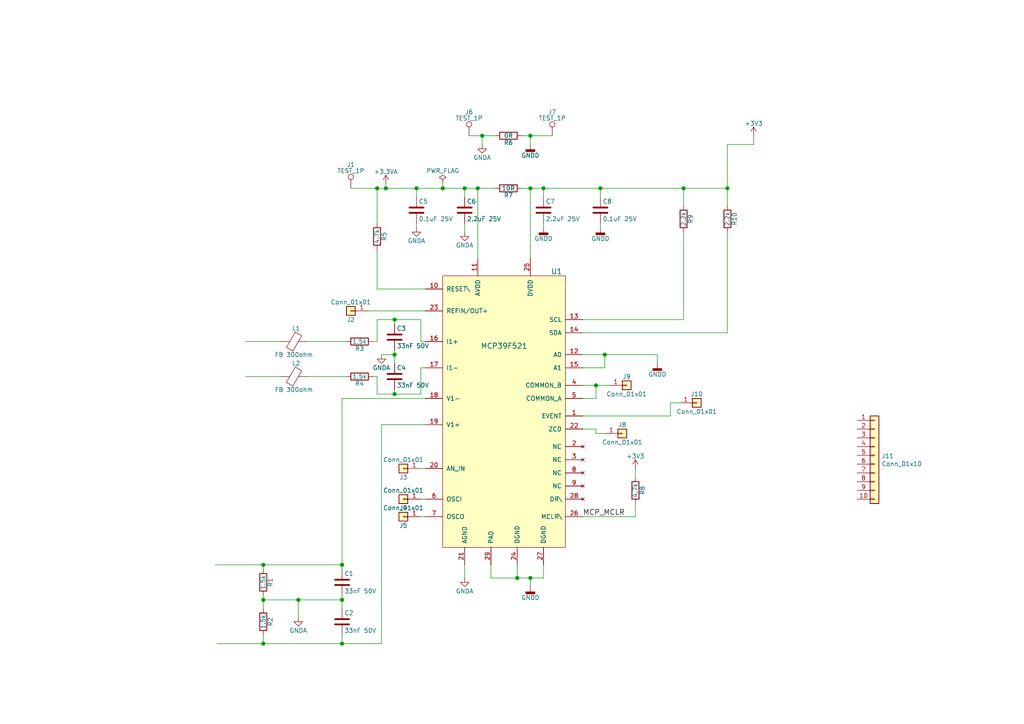
<source format=kicad_sch>
(kicad_sch (version 20201015) (generator eeschema)
  (paper "A4")
  (lib_symbols
    (symbol "Connector_Generic:Conn_01x10" (pin_names (offset 1.016) hide)
      (property "Reference" "J" (at 0 12.7 0))
      (property "Value" "Conn_01x10" (at 0 -15.24 0))
      (symbol "Conn_01x10_1_1"
        (rectangle (start -1.27 -4.953) (end 0 -5.207) (stroke (width 0.1524)))
        (rectangle (start -1.27 -7.493) (end 0 -7.747) (stroke (width 0.1524)))
        (rectangle (start -1.27 -10.033) (end 0 -10.287) (stroke (width 0.1524)))
        (rectangle (start -1.27 -12.573) (end 0 -12.827) (stroke (width 0.1524)))
        (rectangle (start -1.27 -2.413) (end 0 -2.667) (stroke (width 0.1524)))
        (rectangle (start -1.27 2.667) (end 0 2.413) (stroke (width 0.1524)))
        (rectangle (start -1.27 5.207) (end 0 4.953) (stroke (width 0.1524)))
        (rectangle (start -1.27 7.747) (end 0 7.493) (stroke (width 0.1524)))
        (rectangle (start -1.27 10.287) (end 0 10.033) (stroke (width 0.1524)))
        (rectangle (start -1.27 11.43) (end 1.27 -13.97) (stroke (width 0.254)) (fill (type background)))
        (rectangle (start -1.27 0.127) (end 0 -0.127) (stroke (width 0.1524)))
        (pin passive line (at -5.08 10.16 0) (length 3.81) (name "Pin_1") (number "1"))
        (pin passive line (at -5.08 -12.7 0) (length 3.81) (name "Pin_10") (number "10"))
        (pin passive line (at -5.08 7.62 0) (length 3.81) (name "Pin_2") (number "2"))
        (pin passive line (at -5.08 5.08 0) (length 3.81) (name "Pin_3") (number "3"))
        (pin passive line (at -5.08 2.54 0) (length 3.81) (name "Pin_4") (number "4"))
        (pin passive line (at -5.08 0 0) (length 3.81) (name "Pin_5") (number "5"))
        (pin passive line (at -5.08 -2.54 0) (length 3.81) (name "Pin_6") (number "6"))
        (pin passive line (at -5.08 -5.08 0) (length 3.81) (name "Pin_7") (number "7"))
        (pin passive line (at -5.08 -7.62 0) (length 3.81) (name "Pin_8") (number "8"))
        (pin passive line (at -5.08 -10.16 0) (length 3.81) (name "Pin_9") (number "9"))
      )
    )
    (symbol "Device:C" (pin_numbers hide) (pin_names (offset 0.254))
      (property "Reference" "C" (at 0.635 2.54 0))
      (property "Value" "C" (at 0.635 -2.54 0))
      (symbol "C_0_1"
        (polyline (pts (xy -2.032 -0.762) (xy 2.032 -0.762)) (stroke (width 0.508)))
        (polyline (pts (xy -2.032 0.762) (xy 2.032 0.762)) (stroke (width 0.508)))
      )
      (symbol "C_1_1"
        (pin passive line (at 0 3.81 270) (length 2.794) (name "~") (number "1"))
        (pin passive line (at 0 -3.81 90) (length 2.794) (name "~") (number "2"))
      )
    )
    (symbol "Device:Ferrite_Bead" (pin_numbers hide) (pin_names (offset 0))
      (property "Reference" "FB" (at -3.81 0.635 90))
      (property "Value" "Ferrite_Bead" (at 3.81 0 90))
      (symbol "Ferrite_Bead_0_1"
        (polyline (pts (xy 0 -1.27) (xy 0 -1.2192)))
        (polyline (pts (xy 0 1.27) (xy 0 1.2954)))
        (polyline (pts (xy -2.7686 0.4064) (xy -1.7018 2.2606) (xy 2.7686 -0.3048) (xy 1.6764 -2.159) (xy -2.7686 0.4064)))
      )
      (symbol "Ferrite_Bead_1_1"
        (pin passive line (at 0 3.81 270) (length 2.54) (name "~") (number "1"))
        (pin passive line (at 0 -3.81 90) (length 2.54) (name "~") (number "2"))
      )
    )
    (symbol "Device:R" (pin_numbers hide) (pin_names (offset 0))
      (property "Reference" "R" (at 2.032 0 90))
      (property "Value" "R" (at 0 0 90))
      (symbol "R_0_1"
        (rectangle (start -1.016 -2.54) (end 1.016 2.54) (stroke (width 0.254)))
      )
      (symbol "R_1_1"
        (pin passive line (at 0 3.81 270) (length 1.27) (name "~") (number "1"))
        (pin passive line (at 0 -3.81 90) (length 1.27) (name "~") (number "2"))
      )
    )
    (symbol "PowerMonitor-rescue:Conn_01x01" (pin_names (offset 1.016) hide)
      (property "Reference" "J" (at 0 2.54 0))
      (property "Value" "Conn_01x01" (at 0 -2.54 0))
      (symbol "Conn_01x01_1_1"
        (rectangle (start -1.27 0.127) (end 0 -0.127) (stroke (width 0.1524)))
        (rectangle (start -1.27 1.27) (end 1.27 -1.27) (stroke (width 0.254)) (fill (type background)))
        (pin passive line (at -5.08 0 0) (length 3.81) (name "Pin_1") (number "1"))
      )
    )
    (symbol "PowerMonitor-rescue:MCP39F521" (pin_names (offset 1.016))
      (property "Reference" "U" (at 15.24 45.72 0))
      (property "Value" "MCP39F521" (at 0 24.13 0))
      (symbol "MCP39F521_0_1"
        (rectangle (start -17.78 44.45) (end 17.78 -34.29) (fill (type background)))
      )
      (symbol "MCP39F521_1_1"
        (pin output line (at 22.86 3.81 180) (length 5.08) (name "EVENT") (number "1"))
        (pin input line (at -22.86 40.64 0) (length 5.08) (name "RESET\\") (number "10"))
        (pin power_in line (at -7.62 49.53 270) (length 5.08) (name "AVDD") (number "11"))
        (pin input line (at 22.86 21.59 180) (length 5.08) (name "A0") (number "12"))
        (pin bidirectional line (at 22.86 31.75 180) (length 5.08) (name "SCL") (number "13"))
        (pin bidirectional line (at 22.86 27.94 180) (length 5.08) (name "SDA") (number "14"))
        (pin input line (at 22.86 17.78 180) (length 5.08) (name "A1") (number "15"))
        (pin input line (at -22.86 25.4 0) (length 5.08) (name "I1+") (number "16"))
        (pin input line (at -22.86 17.78 0) (length 5.08) (name "I1-") (number "17"))
        (pin input line (at -22.86 8.89 0) (length 5.08) (name "V1-") (number "18"))
        (pin input line (at -22.86 1.27 0) (length 5.08) (name "V1+") (number "19"))
        (pin unconnected line (at 22.86 -5.08 180) (length 5.08) (name "NC") (number "2"))
        (pin input line (at -22.86 -11.43 0) (length 5.08) (name "AN_IN") (number "20"))
        (pin power_in line (at -11.43 -39.37 90) (length 5.08) (name "AGND") (number "21"))
        (pin output line (at 22.86 0 180) (length 5.08) (name "ZCD") (number "22"))
        (pin passive line (at -22.86 34.29 0) (length 5.08) (name "REFIN/OUT+") (number "23"))
        (pin power_in line (at 3.81 -39.37 90) (length 5.08) (name "DGND") (number "24"))
        (pin power_in line (at 7.62 49.53 270) (length 5.08) (name "DVDD") (number "25"))
        (pin input line (at 22.86 -25.4 180) (length 5.08) (name "MCLR\\") (number "26"))
        (pin power_in line (at 11.43 -39.37 90) (length 5.08) (name "DGND") (number "27"))
        (pin unconnected line (at 22.86 -20.32 180) (length 5.08) (name "DR\\") (number "28"))
        (pin power_in line (at -3.81 -39.37 90) (length 5.08) (name "PAD") (number "29"))
        (pin unconnected line (at 22.86 -8.89 180) (length 5.08) (name "NC") (number "3"))
        (pin passive line (at 22.86 12.7 180) (length 5.08) (name "COMMON_B") (number "4"))
        (pin passive line (at 22.86 8.89 180) (length 5.08) (name "COMMON_A") (number "5"))
        (pin input line (at -22.86 -20.32 0) (length 5.08) (name "OSCI") (number "6"))
        (pin input line (at -22.86 -25.4 0) (length 5.08) (name "OSCO") (number "7"))
        (pin unconnected line (at 22.86 -12.7 180) (length 5.08) (name "NC") (number "8"))
        (pin unconnected line (at 22.86 -16.51 180) (length 5.08) (name "NC") (number "9"))
      )
    )
    (symbol "PowerMonitor-rescue:TEST_1P" (pin_numbers hide) (pin_names (offset 0.762) hide)
      (property "Reference" "J" (at 0 6.858 0))
      (property "Value" "TEST_1P" (at 0 5.08 0))
      (symbol "TEST_1P_0_1"
        (circle (center 0 3.302) (radius 0.762))
      )
      (symbol "TEST_1P_1_1"
        (pin passive line (at 0 0 90) (length 2.54) (name "1") (number "1"))
      )
    )
    (symbol "power:+3.3V" (power) (pin_names (offset 0))
      (property "Value" "+3.3V" (at 0 3.556 0))
      (symbol "+3.3V_0_1"
        (polyline (pts (xy -0.762 1.27) (xy 0 2.54)))
        (polyline (pts (xy 0 0) (xy 0 2.54)))
        (polyline (pts (xy 0 2.54) (xy 0.762 1.27)))
      )
      (symbol "+3.3V_1_1"
        (pin power_in line (at 0 0 90) (length 0) hide (name "+3V3") (number "1"))
      )
    )
    (symbol "power:+3.3VA" (power) (pin_names (offset 0))
      (property "Value" "+3.3VA" (at 0 3.556 0))
      (symbol "+3.3VA_0_1"
        (polyline (pts (xy -0.762 1.27) (xy 0 2.54)))
        (polyline (pts (xy 0 0) (xy 0 2.54)))
        (polyline (pts (xy 0 2.54) (xy 0.762 1.27)))
      )
      (symbol "+3.3VA_1_1"
        (pin power_in line (at 0 0 90) (length 0) hide (name "+3.3VA") (number "1"))
      )
    )
    (symbol "power:GNDA" (power) (pin_names (offset 0))
      (property "Value" "GNDA" (at 0 -3.81 0))
      (symbol "GNDA_0_1"
        (polyline (pts (xy 0 0) (xy 0 -1.27) (xy 1.27 -1.27) (xy 0 -2.54) (xy -1.27 -1.27) (xy 0 -1.27)))
      )
      (symbol "GNDA_1_1"
        (pin power_in line (at 0 0 270) (length 0) hide (name "GNDA") (number "1"))
      )
    )
    (symbol "power:GNDD" (power) (pin_names (offset 0))
      (property "Value" "GNDD" (at 0 -3.175 0))
      (symbol "GNDD_0_1"
        (rectangle (start -1.27 -1.524) (end 1.27 -2.032) (stroke (width 0.254)) (fill (type outline)))
        (polyline (pts (xy 0 0) (xy 0 -1.524)))
      )
      (symbol "GNDD_1_1"
        (pin power_in line (at 0 0 270) (length 0) hide (name "GNDD") (number "1"))
      )
    )
    (symbol "power:PWR_FLAG" (power) (pin_numbers hide) (pin_names (offset 0) hide)
      (property "Value" "PWR_FLAG" (at 0 3.81 0))
      (symbol "PWR_FLAG_0_0"
        (pin power_out line (at 0 0 90) (length 0) (name "pwr") (number "1"))
      )
      (symbol "PWR_FLAG_0_1"
        (polyline (pts (xy 0 0) (xy 0 1.27) (xy -1.016 1.905) (xy 0 2.54) (xy 1.016 1.905) (xy 0 1.27)))
      )
    )
  )
  (junction (at 76.3524 163.83) (diameter 1.016))
  (junction (at 76.3524 173.99) (diameter 1.016))
  (junction (at 76.3524 186.69) (diameter 1.016))
  (junction (at 86.5124 173.99) (diameter 1.016))
  (junction (at 99.2124 163.83) (diameter 1.016))
  (junction (at 99.2124 173.99) (diameter 1.016))
  (junction (at 99.2124 186.69) (diameter 1.016))
  (junction (at 109.3724 54.61) (diameter 1.016))
  (junction (at 111.9124 54.61) (diameter 1.016))
  (junction (at 114.4524 92.71) (diameter 1.016))
  (junction (at 114.4524 102.87) (diameter 1.016))
  (junction (at 114.4524 114.3) (diameter 1.016))
  (junction (at 120.8024 54.61) (diameter 1.016))
  (junction (at 128.4224 54.61) (diameter 1.016))
  (junction (at 134.7724 54.61) (diameter 1.016))
  (junction (at 138.5824 54.61) (diameter 1.016))
  (junction (at 139.8524 39.37) (diameter 1.016))
  (junction (at 150.0124 167.64) (diameter 1.016))
  (junction (at 153.8224 39.37) (diameter 1.016))
  (junction (at 153.8224 54.61) (diameter 1.016))
  (junction (at 153.8224 167.64) (diameter 1.016))
  (junction (at 157.6324 54.61) (diameter 1.016))
  (junction (at 172.8724 111.76) (diameter 1.016))
  (junction (at 174.1424 54.61) (diameter 1.016))
  (junction (at 175.4124 102.87) (diameter 1.016))
  (junction (at 198.2724 54.61) (diameter 1.016))
  (junction (at 210.9724 54.61) (diameter 1.016))
  (wire (pts (xy 62.3824 163.83) (xy 76.3524 163.83)))
  (wire (pts (xy 62.9412 186.69) (xy 76.3524 186.69)))
  (wire (pts (xy 71.12 99.06) (xy 81.4324 99.06)))
  (wire (pts (xy 71.2724 109.22) (xy 81.4324 109.22)))
  (wire (pts (xy 76.3524 163.83) (xy 76.3524 165.1)))
  (wire (pts (xy 76.3524 163.83) (xy 99.2124 163.83)))
  (wire (pts (xy 76.3524 172.72) (xy 76.3524 173.99)))
  (wire (pts (xy 76.3524 173.99) (xy 76.3524 176.53)))
  (wire (pts (xy 76.3524 173.99) (xy 86.5124 173.99)))
  (wire (pts (xy 76.3524 184.15) (xy 76.3524 186.69)))
  (wire (pts (xy 76.3524 186.69) (xy 99.2124 186.69)))
  (wire (pts (xy 86.5124 173.99) (xy 86.5124 179.07)))
  (wire (pts (xy 86.5124 173.99) (xy 99.2124 173.99)))
  (wire (pts (xy 89.0524 99.06) (xy 100.4824 99.06)))
  (wire (pts (xy 89.0524 109.22) (xy 100.4824 109.22)))
  (wire (pts (xy 99.2124 115.57) (xy 99.2124 163.83)))
  (wire (pts (xy 99.2124 163.83) (xy 99.2124 165.1)))
  (wire (pts (xy 99.2124 172.72) (xy 99.2124 173.99)))
  (wire (pts (xy 99.2124 173.99) (xy 99.2124 176.53)))
  (wire (pts (xy 99.2124 186.69) (xy 99.2124 184.15)))
  (wire (pts (xy 99.2124 186.69) (xy 110.6424 186.69)))
  (wire (pts (xy 101.7524 54.61) (xy 109.3724 54.61)))
  (wire (pts (xy 106.8324 90.17) (xy 123.3424 90.17)))
  (wire (pts (xy 108.1024 99.06) (xy 109.3724 99.06)))
  (wire (pts (xy 109.3724 54.61) (xy 111.9124 54.61)))
  (wire (pts (xy 109.3724 64.77) (xy 109.3724 54.61)))
  (wire (pts (xy 109.3724 72.39) (xy 109.3724 83.82)))
  (wire (pts (xy 109.3724 83.82) (xy 123.3424 83.82)))
  (wire (pts (xy 109.3724 92.71) (xy 114.4524 92.71)))
  (wire (pts (xy 109.3724 99.06) (xy 109.3724 92.71)))
  (wire (pts (xy 109.3724 109.22) (xy 108.1024 109.22)))
  (wire (pts (xy 109.3724 114.3) (xy 109.3724 109.22)))
  (wire (pts (xy 110.6424 102.87) (xy 114.4524 102.87)))
  (wire (pts (xy 110.6424 123.19) (xy 123.3424 123.19)))
  (wire (pts (xy 110.6424 186.69) (xy 110.6424 123.19)))
  (wire (pts (xy 111.9124 53.34) (xy 111.9124 54.61)))
  (wire (pts (xy 111.9124 54.61) (xy 120.8024 54.61)))
  (wire (pts (xy 114.4524 92.71) (xy 122.0724 92.71)))
  (wire (pts (xy 114.4524 93.98) (xy 114.4524 92.71)))
  (wire (pts (xy 114.4524 101.6) (xy 114.4524 102.87)))
  (wire (pts (xy 114.4524 102.87) (xy 114.4524 105.41)))
  (wire (pts (xy 114.4524 113.03) (xy 114.4524 114.3)))
  (wire (pts (xy 114.4524 114.3) (xy 109.3724 114.3)))
  (wire (pts (xy 120.8024 54.61) (xy 120.8024 57.15)))
  (wire (pts (xy 120.8024 54.61) (xy 128.4224 54.61)))
  (wire (pts (xy 120.8024 64.77) (xy 120.8024 66.04)))
  (wire (pts (xy 122.0724 92.71) (xy 122.0724 99.06)))
  (wire (pts (xy 122.0724 99.06) (xy 123.3424 99.06)))
  (wire (pts (xy 122.0724 106.68) (xy 122.0724 114.3)))
  (wire (pts (xy 122.0724 114.3) (xy 114.4524 114.3)))
  (wire (pts (xy 123.3424 106.68) (xy 122.0724 106.68)))
  (wire (pts (xy 123.3424 115.57) (xy 99.2124 115.57)))
  (wire (pts (xy 123.3424 135.89) (xy 122.0724 135.89)))
  (wire (pts (xy 123.3424 144.78) (xy 122.0724 144.78)))
  (wire (pts (xy 123.3424 149.86) (xy 122.0724 149.86)))
  (wire (pts (xy 128.4224 53.34) (xy 128.4224 54.61)))
  (wire (pts (xy 128.4224 54.61) (xy 134.7724 54.61)))
  (wire (pts (xy 134.7724 54.61) (xy 138.5824 54.61)))
  (wire (pts (xy 134.7724 57.15) (xy 134.7724 54.61)))
  (wire (pts (xy 134.7724 64.77) (xy 134.7724 67.31)))
  (wire (pts (xy 134.7724 163.83) (xy 134.7724 167.64)))
  (wire (pts (xy 136.0424 39.37) (xy 139.8524 39.37)))
  (wire (pts (xy 138.5824 54.61) (xy 143.6624 54.61)))
  (wire (pts (xy 138.5824 74.93) (xy 138.5824 54.61)))
  (wire (pts (xy 139.8524 39.37) (xy 139.8524 41.91)))
  (wire (pts (xy 139.8524 39.37) (xy 143.6624 39.37)))
  (wire (pts (xy 142.3924 163.83) (xy 142.3924 167.64)))
  (wire (pts (xy 142.3924 167.64) (xy 150.0124 167.64)))
  (wire (pts (xy 150.0124 163.83) (xy 150.0124 167.64)))
  (wire (pts (xy 150.0124 167.64) (xy 153.8224 167.64)))
  (wire (pts (xy 151.2824 39.37) (xy 153.8224 39.37)))
  (wire (pts (xy 151.2824 54.61) (xy 153.8224 54.61)))
  (wire (pts (xy 153.8224 39.37) (xy 153.8224 41.91)))
  (wire (pts (xy 153.8224 39.37) (xy 160.1724 39.37)))
  (wire (pts (xy 153.8224 54.61) (xy 157.6324 54.61)))
  (wire (pts (xy 153.8224 74.93) (xy 153.8224 54.61)))
  (wire (pts (xy 153.8224 167.64) (xy 153.8224 170.18)))
  (wire (pts (xy 153.8224 167.64) (xy 157.6324 167.64)))
  (wire (pts (xy 157.6324 54.61) (xy 174.1424 54.61)))
  (wire (pts (xy 157.6324 57.15) (xy 157.6324 54.61)))
  (wire (pts (xy 157.6324 64.77) (xy 157.6324 66.04)))
  (wire (pts (xy 157.6324 167.64) (xy 157.6324 163.83)))
  (wire (pts (xy 169.0624 92.71) (xy 198.2724 92.71)))
  (wire (pts (xy 169.0624 102.87) (xy 175.4124 102.87)))
  (wire (pts (xy 169.0624 106.68) (xy 175.4124 106.68)))
  (wire (pts (xy 169.0624 111.76) (xy 172.8724 111.76)))
  (wire (pts (xy 169.0624 115.57) (xy 172.8724 115.57)))
  (wire (pts (xy 169.0624 120.65) (xy 194.4624 120.65)))
  (wire (pts (xy 169.0624 149.86) (xy 184.3024 149.86)))
  (wire (pts (xy 172.8724 111.76) (xy 176.6824 111.76)))
  (wire (pts (xy 172.8724 115.57) (xy 172.8724 111.76)))
  (wire (pts (xy 172.8724 124.46) (xy 169.0624 124.46)))
  (wire (pts (xy 172.8724 125.73) (xy 172.8724 124.46)))
  (wire (pts (xy 174.1424 54.61) (xy 198.2724 54.61)))
  (wire (pts (xy 174.1424 57.15) (xy 174.1424 54.61)))
  (wire (pts (xy 174.1424 64.77) (xy 174.1424 66.04)))
  (wire (pts (xy 175.4124 102.87) (xy 190.6524 102.87)))
  (wire (pts (xy 175.4124 106.68) (xy 175.4124 102.87)))
  (wire (pts (xy 175.4124 125.73) (xy 172.8724 125.73)))
  (wire (pts (xy 184.3024 138.43) (xy 184.3024 135.89)))
  (wire (pts (xy 184.3024 149.86) (xy 184.3024 146.05)))
  (wire (pts (xy 190.6524 102.87) (xy 190.6524 105.41)))
  (wire (pts (xy 194.4624 116.84) (xy 194.4624 120.65)))
  (wire (pts (xy 197.0024 116.84) (xy 194.4624 116.84)))
  (wire (pts (xy 198.2724 54.61) (xy 210.9724 54.61)))
  (wire (pts (xy 198.2724 59.69) (xy 198.2724 54.61)))
  (wire (pts (xy 198.2724 92.71) (xy 198.2724 67.31)))
  (wire (pts (xy 210.9724 41.91) (xy 210.9724 54.61)))
  (wire (pts (xy 210.9724 54.61) (xy 210.9724 59.69)))
  (wire (pts (xy 210.9724 67.31) (xy 210.9724 96.52)))
  (wire (pts (xy 210.9724 96.52) (xy 169.0624 96.52)))
  (wire (pts (xy 218.5924 39.37) (xy 218.5924 41.91)))
  (wire (pts (xy 218.5924 41.91) (xy 210.9724 41.91)))
  (label "MCP_MCLR" (at 169.0624 149.86 0) (effects (font (size 1.524 1.524))))
  (symbol (lib_id "power:PWR_FLAG") (at 128.4224 53.34 0) (unit 1)
    (property "Reference" "#FLG0101" (effects hide))
    (property "Value" "PWR_FLAG" (at 128.4224 49.53 0))
  )
  (symbol (lib_id "PowerMonitor-rescue:TEST_1P") (at 101.7524 54.61 0) (unit 1)
    (property "Reference" "J1" (at 101.7524 47.752 0))
    (property "Value" "TEST_1P" (at 101.7524 49.53 0))
    (property "Footprint" "TestPoint:TestPoint_Pad_1.5x1.5mm" (effects hide))
  )
  (symbol (lib_id "PowerMonitor-rescue:TEST_1P") (at 136.0424 39.37 0) (unit 1)
    (property "Reference" "J6" (at 136.0424 32.512 0))
    (property "Value" "TEST_1P" (at 136.0424 34.29 0))
    (property "Footprint" "TestPoint:TestPoint_Pad_1.5x1.5mm" (effects hide))
  )
  (symbol (lib_id "PowerMonitor-rescue:TEST_1P") (at 160.1724 39.37 0) (unit 1)
    (property "Reference" "J7" (at 160.1724 32.512 0))
    (property "Value" "TEST_1P" (at 160.1724 34.29 0))
    (property "Footprint" "TestPoint:TestPoint_Pad_1.5x1.5mm" (effects hide))
  )
  (symbol (lib_id "power:+3.3VA") (at 111.9124 53.34 0) (unit 1)
    (property "Reference" "#PWR0102" (effects hide))
    (property "Value" "+3.3VA" (at 111.9124 49.784 0))
  )
  (symbol (lib_id "power:+3.3V") (at 184.3024 135.89 0) (unit 1)
    (property "Reference" "#PWR0114" (effects hide))
    (property "Value" "+3.3V" (at 184.3024 132.334 0))
  )
  (symbol (lib_id "power:+3.3V") (at 218.5924 39.37 0) (unit 1)
    (property "Reference" "#PWR0104" (effects hide))
    (property "Value" "+3.3V" (at 218.5924 35.814 0))
  )
  (symbol (lib_id "power:GNDD") (at 153.8224 41.91 0) (unit 1)
    (property "Reference" "#PWR0109" (effects hide))
    (property "Value" "GNDD" (at 153.8224 45.085 0))
  )
  (symbol (lib_id "power:GNDD") (at 153.8224 170.18 0) (unit 1)
    (property "Reference" "#PWR0113" (effects hide))
    (property "Value" "GNDD" (at 153.8224 173.355 0))
  )
  (symbol (lib_id "power:GNDD") (at 157.6324 66.04 0) (unit 1)
    (property "Reference" "#PWR0111" (effects hide))
    (property "Value" "GNDD" (at 157.6324 69.215 0))
  )
  (symbol (lib_id "power:GNDD") (at 174.1424 66.04 0) (unit 1)
    (property "Reference" "#PWR0105" (effects hide))
    (property "Value" "GNDD" (at 174.1424 69.215 0))
  )
  (symbol (lib_id "power:GNDD") (at 190.6524 105.41 0) (unit 1)
    (property "Reference" "#PWR0106" (effects hide))
    (property "Value" "GNDD" (at 190.6524 108.585 0))
  )
  (symbol (lib_id "power:GNDA") (at 86.5124 179.07 0) (unit 1)
    (property "Reference" "#PWR0101" (effects hide))
    (property "Value" "GNDA" (at 86.5124 182.88 0))
  )
  (symbol (lib_id "power:GNDA") (at 110.6424 102.87 0) (unit 1)
    (property "Reference" "#PWR0103" (effects hide))
    (property "Value" "GNDA" (at 110.6424 106.68 0))
  )
  (symbol (lib_id "power:GNDA") (at 120.8024 66.04 0) (unit 1)
    (property "Reference" "#PWR0107" (effects hide))
    (property "Value" "GNDA" (at 120.8024 69.85 0))
  )
  (symbol (lib_id "power:GNDA") (at 134.7724 67.31 0) (unit 1)
    (property "Reference" "#PWR0108" (effects hide))
    (property "Value" "GNDA" (at 134.7724 71.12 0))
  )
  (symbol (lib_id "power:GNDA") (at 134.7724 167.64 0) (unit 1)
    (property "Reference" "#PWR0112" (effects hide))
    (property "Value" "GNDA" (at 134.7724 171.45 0))
  )
  (symbol (lib_id "power:GNDA") (at 139.8524 41.91 0) (unit 1)
    (property "Reference" "#PWR0110" (effects hide))
    (property "Value" "GNDA" (at 139.8524 45.72 0))
  )
  (symbol (lib_id "Device:R") (at 76.3524 168.91 0) (unit 1)
    (property "Reference" "R1" (at 78.3844 168.91 90))
    (property "Value" "1.5k" (at 76.3524 168.91 90))
    (property "Footprint" "Resistor_SMD:R_0805_2012Metric" (effects hide))
  )
  (symbol (lib_id "Device:R") (at 76.3524 180.34 0) (unit 1)
    (property "Reference" "R2" (at 78.3844 180.34 90))
    (property "Value" "1.5k" (at 76.3524 180.34 90))
    (property "Footprint" "Resistor_SMD:R_0805_2012Metric" (effects hide))
  )
  (symbol (lib_id "Device:R") (at 104.2924 99.06 270) (unit 1)
    (property "Reference" "R3" (at 104.2924 101.092 90))
    (property "Value" "1.5k" (at 104.2924 99.06 90))
    (property "Footprint" "Resistor_SMD:R_0805_2012Metric" (effects hide))
  )
  (symbol (lib_id "Device:R") (at 104.2924 109.22 270) (unit 1)
    (property "Reference" "R4" (at 104.2924 111.252 90))
    (property "Value" "1.5k" (at 104.2924 109.22 90))
    (property "Footprint" "Resistor_SMD:R_0805_2012Metric" (effects hide))
  )
  (symbol (lib_id "Device:R") (at 109.3724 68.58 0) (unit 1)
    (property "Reference" "R5" (at 111.4044 68.58 90))
    (property "Value" "4.7k" (at 109.3724 68.58 90))
    (property "Footprint" "Resistor_SMD:R_0603_1608Metric" (effects hide))
  )
  (symbol (lib_id "Device:R") (at 147.4724 39.37 270) (unit 1)
    (property "Reference" "R6" (at 147.4724 41.402 90))
    (property "Value" "0R" (at 147.4724 39.37 90))
    (property "Footprint" "Resistor_SMD:R_0603_1608Metric" (effects hide))
  )
  (symbol (lib_id "Device:R") (at 147.4724 54.61 270) (unit 1)
    (property "Reference" "R7" (at 147.4724 56.642 90))
    (property "Value" "10R" (at 147.4724 54.61 90))
    (property "Footprint" "Resistor_SMD:R_0805_2012Metric" (effects hide))
  )
  (symbol (lib_id "Device:R") (at 184.3024 142.24 0) (unit 1)
    (property "Reference" "R8" (at 186.3344 142.24 90))
    (property "Value" "4.7k" (at 184.3024 142.24 90))
    (property "Footprint" "Resistor_SMD:R_0603_1608Metric" (effects hide))
  )
  (symbol (lib_id "Device:R") (at 198.2724 63.5 0) (unit 1)
    (property "Reference" "R9" (at 200.3044 63.5 90))
    (property "Value" "2.2k" (at 198.2724 63.5 90))
    (property "Footprint" "Resistor_SMD:R_0603_1608Metric" (effects hide))
  )
  (symbol (lib_id "Device:R") (at 210.9724 63.5 0) (unit 1)
    (property "Reference" "R10" (at 213.0044 63.5 90))
    (property "Value" "2.2k" (at 210.9724 63.5 90))
    (property "Footprint" "Resistor_SMD:R_0603_1608Metric" (effects hide))
  )
  (symbol (lib_id "PowerMonitor-rescue:Conn_01x01") (at 101.7524 90.17 180) (unit 1)
    (property "Reference" "J2" (at 101.7524 92.71 0))
    (property "Value" "Conn_01x01" (at 101.7524 87.63 0))
    (property "Footprint" "TestPoint:TestPoint_Pad_1.5x1.5mm" (effects hide))
  )
  (symbol (lib_id "PowerMonitor-rescue:Conn_01x01") (at 116.9924 135.89 180) (unit 1)
    (property "Reference" "J3" (at 116.9924 138.43 0))
    (property "Value" "Conn_01x01" (at 116.9924 133.35 0))
    (property "Footprint" "TestPoint:TestPoint_Pad_1.5x1.5mm" (effects hide))
  )
  (symbol (lib_id "PowerMonitor-rescue:Conn_01x01") (at 116.9924 144.78 180) (unit 1)
    (property "Reference" "J4" (at 116.9924 147.32 0))
    (property "Value" "Conn_01x01" (at 116.9924 142.24 0))
    (property "Footprint" "TestPoint:TestPoint_Pad_1.5x1.5mm" (effects hide))
  )
  (symbol (lib_id "PowerMonitor-rescue:Conn_01x01") (at 116.9924 149.86 180) (unit 1)
    (property "Reference" "J5" (at 116.9924 152.4 0))
    (property "Value" "Conn_01x01" (at 116.9924 147.32 0))
    (property "Footprint" "TestPoint:TestPoint_Pad_1.5x1.5mm" (effects hide))
  )
  (symbol (lib_id "PowerMonitor-rescue:Conn_01x01") (at 180.4924 125.73 0) (unit 1)
    (property "Reference" "J8" (at 180.4924 123.19 0))
    (property "Value" "Conn_01x01" (at 180.4924 128.27 0))
    (property "Footprint" "TestPoint:TestPoint_Pad_1.5x1.5mm" (effects hide))
  )
  (symbol (lib_id "PowerMonitor-rescue:Conn_01x01") (at 181.7624 111.76 0) (unit 1)
    (property "Reference" "J9" (at 181.7624 109.22 0))
    (property "Value" "Conn_01x01" (at 181.7624 114.3 0))
    (property "Footprint" "TestPoint:TestPoint_Pad_1.5x1.5mm" (effects hide))
  )
  (symbol (lib_id "PowerMonitor-rescue:Conn_01x01") (at 202.0824 116.84 0) (unit 1)
    (property "Reference" "J10" (at 202.0824 114.3 0))
    (property "Value" "Conn_01x01" (at 202.0824 119.38 0))
    (property "Footprint" "TestPoint:TestPoint_Pad_1.5x1.5mm" (effects hide))
  )
  (symbol (lib_id "Device:C") (at 99.2124 168.91 0) (unit 1)
    (property "Reference" "C1" (at 99.8474 166.37 0) (effects (justify left)))
    (property "Value" "33nF 50V" (at 99.8474 171.45 0) (effects (justify left)))
    (property "Footprint" "Capacitor_SMD:C_0805_2012Metric" (effects hide))
  )
  (symbol (lib_id "Device:C") (at 99.2124 180.34 0) (unit 1)
    (property "Reference" "C2" (at 99.8474 177.8 0) (effects (justify left)))
    (property "Value" "33nF 50V" (at 99.8474 182.88 0) (effects (justify left)))
    (property "Footprint" "Capacitor_SMD:C_0805_2012Metric" (effects hide))
  )
  (symbol (lib_id "Device:C") (at 114.4524 97.79 0) (unit 1)
    (property "Reference" "C3" (at 115.0874 95.25 0) (effects (justify left)))
    (property "Value" "33nF 50V" (at 115.0874 100.33 0) (effects (justify left)))
    (property "Footprint" "Capacitor_SMD:C_0805_2012Metric" (effects hide))
  )
  (symbol (lib_id "Device:C") (at 114.4524 109.22 0) (unit 1)
    (property "Reference" "C4" (at 115.0874 106.68 0) (effects (justify left)))
    (property "Value" "33nF 50V" (at 115.0874 111.76 0) (effects (justify left)))
    (property "Footprint" "Capacitor_SMD:C_0805_2012Metric" (effects hide))
  )
  (symbol (lib_id "Device:C") (at 120.8024 60.96 0) (unit 1)
    (property "Reference" "C5" (at 121.4374 58.42 0) (effects (justify left)))
    (property "Value" "0.1uF 25V" (at 121.4374 63.5 0) (effects (justify left)))
    (property "Footprint" "Capacitor_SMD:C_0603_1608Metric" (effects hide))
  )
  (symbol (lib_id "Device:C") (at 134.7724 60.96 0) (unit 1)
    (property "Reference" "C6" (at 135.4074 58.42 0) (effects (justify left)))
    (property "Value" "2.2uF 25V" (at 135.4074 63.5 0) (effects (justify left)))
    (property "Footprint" "Capacitor_SMD:C_0805_2012Metric" (effects hide))
  )
  (symbol (lib_id "Device:C") (at 157.6324 60.96 0) (unit 1)
    (property "Reference" "C7" (at 158.2674 58.42 0) (effects (justify left)))
    (property "Value" "2.2uF 25V" (at 158.2674 63.5 0) (effects (justify left)))
    (property "Footprint" "Capacitor_SMD:C_0805_2012Metric" (effects hide))
  )
  (symbol (lib_id "Device:C") (at 174.1424 60.96 0) (unit 1)
    (property "Reference" "C8" (at 174.7774 58.42 0) (effects (justify left)))
    (property "Value" "0.1uF 25V" (at 174.7774 63.5 0) (effects (justify left)))
    (property "Footprint" "Capacitor_SMD:C_0603_1608Metric" (effects hide))
  )
  (symbol (lib_id "Device:Ferrite_Bead") (at 85.2424 99.06 270) (unit 1)
    (property "Reference" "L1" (at 85.8774 95.25 90))
    (property "Value" "FB 300ohm" (at 85.2424 102.87 90))
    (property "Footprint" "Inductor_SMD:L_0805_2012Metric" (effects hide))
  )
  (symbol (lib_id "Device:Ferrite_Bead") (at 85.2424 109.22 270) (unit 1)
    (property "Reference" "L2" (at 85.8774 105.41 90))
    (property "Value" "FB 300ohm" (at 85.2424 113.03 90))
    (property "Footprint" "Inductor_SMD:L_0805_2012Metric" (effects hide))
  )
  (symbol (lib_id "Connector_Generic:Conn_01x10") (at 253.6444 132.08 0) (unit 1)
    (property "Reference" "J11" (at 255.6765 132.2514 0) (effects (justify left)))
    (property "Value" "Conn_01x10" (at 255.6765 134.5501 0) (effects (justify left)))
    (property "Footprint" "Connector_PinHeader_2.54mm:PinHeader_1x10_P2.54mm_Vertical" (effects hide))
  )
  (symbol (lib_id "PowerMonitor-rescue:MCP39F521") (at 146.2024 124.46 0) (unit 1)
    (property "Reference" "U1" (at 161.4424 78.74 0) (effects (font (size 1.524 1.524))))
    (property "Value" "MCP39F521" (at 146.2024 100.33 0) (effects (font (size 1.524 1.524))))
    (property "Footprint" "Package_DFN_QFN:QFN-28-1EP_5x5mm_P0.5mm_EP3.35x3.35mm_ThermalVias" (effects hide))
    (property "Datasheet" "http://ww1.microchip.com/downloads/en/DeviceDoc/20005442A.pdf" (effects hide))
  )
)
</source>
